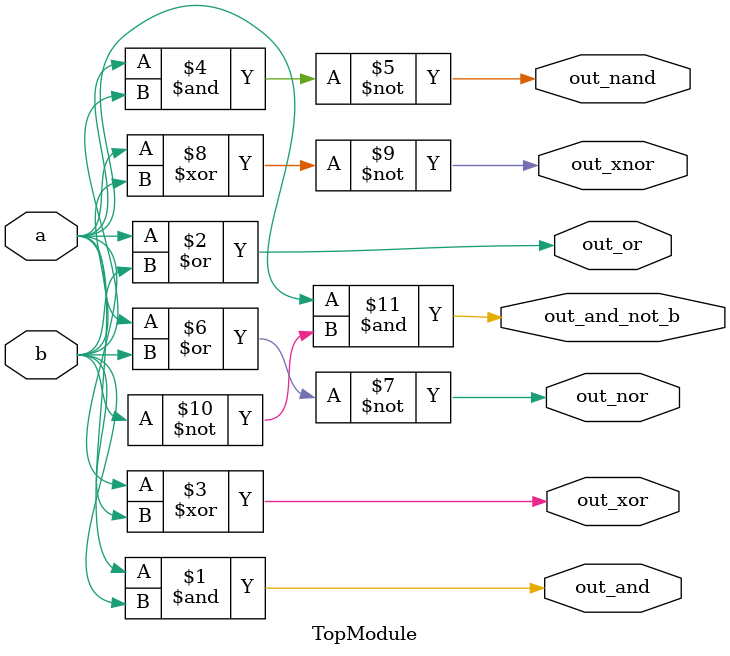
<source format=sv>
module TopModule(
    input wire a,
    input wire b,
    output wire out_and,
    output wire out_or,
    output wire out_xor,
    output wire out_nand,
    output wire out_nor,
    output wire out_xnor,
    output wire out_and_not_b
);

    assign out_and = a & b;
    assign out_or = a | b;
    assign out_xor = a ^ b;
    assign out_nand = ~(a & b);
    assign out_nor = ~(a | b);
    assign out_xnor = ~(a ^ b);
    assign out_and_not_b = a & ~b;

endmodule
</source>
